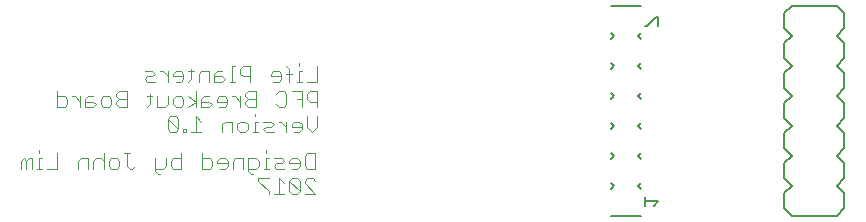
<source format=gbo>
G75*
%MOIN*%
%OFA0B0*%
%FSLAX25Y25*%
%IPPOS*%
%LPD*%
%AMOC8*
5,1,8,0,0,1.08239X$1,22.5*
%
%ADD10C,0.00400*%
%ADD11C,0.00600*%
%ADD12C,0.00500*%
D10*
X0119785Y0033554D02*
X0119785Y0036156D01*
X0120653Y0037023D01*
X0121520Y0036156D01*
X0121520Y0033554D01*
X0123255Y0033554D02*
X0123255Y0037023D01*
X0122387Y0037023D01*
X0121520Y0036156D01*
X0124958Y0033554D02*
X0126692Y0033554D01*
X0125825Y0033554D02*
X0125825Y0037023D01*
X0126692Y0037023D01*
X0125825Y0038758D02*
X0125825Y0039625D01*
X0131849Y0038758D02*
X0131849Y0033554D01*
X0128379Y0033554D01*
X0138692Y0033554D02*
X0138692Y0036156D01*
X0139559Y0037023D01*
X0142162Y0037023D01*
X0142162Y0033554D01*
X0143848Y0033554D02*
X0143848Y0036156D01*
X0144716Y0037023D01*
X0146451Y0037023D01*
X0147318Y0036156D01*
X0149005Y0036156D02*
X0149872Y0037023D01*
X0151607Y0037023D01*
X0152474Y0036156D01*
X0152474Y0034421D01*
X0151607Y0033554D01*
X0149872Y0033554D01*
X0149005Y0034421D01*
X0149005Y0036156D01*
X0147318Y0038758D02*
X0147318Y0033554D01*
X0155029Y0034421D02*
X0155029Y0038758D01*
X0155896Y0038758D02*
X0154161Y0038758D01*
X0155029Y0034421D02*
X0155896Y0033554D01*
X0156763Y0033554D01*
X0157631Y0034421D01*
X0164474Y0033554D02*
X0167076Y0033554D01*
X0167944Y0034421D01*
X0167944Y0037023D01*
X0169630Y0036156D02*
X0170498Y0037023D01*
X0173100Y0037023D01*
X0173100Y0038758D02*
X0173100Y0033554D01*
X0170498Y0033554D01*
X0169630Y0034421D01*
X0169630Y0036156D01*
X0164474Y0037023D02*
X0164474Y0032686D01*
X0165341Y0031819D01*
X0166209Y0031819D01*
X0179943Y0033554D02*
X0182545Y0033554D01*
X0183413Y0034421D01*
X0183413Y0036156D01*
X0182545Y0037023D01*
X0179943Y0037023D01*
X0179943Y0038758D02*
X0179943Y0033554D01*
X0185100Y0035288D02*
X0188569Y0035288D01*
X0188569Y0034421D02*
X0188569Y0036156D01*
X0187702Y0037023D01*
X0185967Y0037023D01*
X0185100Y0036156D01*
X0185100Y0035288D01*
X0185967Y0033554D02*
X0187702Y0033554D01*
X0188569Y0034421D01*
X0190256Y0033554D02*
X0190256Y0036156D01*
X0191123Y0037023D01*
X0193726Y0037023D01*
X0193726Y0033554D01*
X0195412Y0033554D02*
X0198015Y0033554D01*
X0198882Y0034421D01*
X0198882Y0036156D01*
X0198015Y0037023D01*
X0195412Y0037023D01*
X0195412Y0032686D01*
X0196280Y0031819D01*
X0197147Y0031819D01*
X0198850Y0030358D02*
X0198850Y0029491D01*
X0202320Y0026021D01*
X0202320Y0025154D01*
X0204006Y0025154D02*
X0207476Y0025154D01*
X0205741Y0025154D02*
X0205741Y0030358D01*
X0207476Y0028623D01*
X0209163Y0029491D02*
X0212632Y0026021D01*
X0211765Y0025154D01*
X0210030Y0025154D01*
X0209163Y0026021D01*
X0209163Y0029491D01*
X0210030Y0030358D01*
X0211765Y0030358D01*
X0212632Y0029491D01*
X0212632Y0026021D01*
X0214319Y0025154D02*
X0217789Y0025154D01*
X0214319Y0028623D01*
X0214319Y0029491D01*
X0215187Y0030358D01*
X0216921Y0030358D01*
X0217789Y0029491D01*
X0217789Y0033554D02*
X0215187Y0033554D01*
X0214319Y0034421D01*
X0214319Y0037891D01*
X0215187Y0038758D01*
X0217789Y0038758D01*
X0217789Y0033554D01*
X0212632Y0034421D02*
X0212632Y0036156D01*
X0211765Y0037023D01*
X0210030Y0037023D01*
X0209163Y0036156D01*
X0209163Y0035288D01*
X0212632Y0035288D01*
X0212632Y0034421D02*
X0211765Y0033554D01*
X0210030Y0033554D01*
X0207476Y0033554D02*
X0204874Y0033554D01*
X0204006Y0034421D01*
X0204874Y0035288D01*
X0206609Y0035288D01*
X0207476Y0036156D01*
X0206609Y0037023D01*
X0204006Y0037023D01*
X0202320Y0037023D02*
X0201452Y0037023D01*
X0201452Y0033554D01*
X0200585Y0033554D02*
X0202320Y0033554D01*
X0202320Y0030358D02*
X0198850Y0030358D01*
X0201452Y0038758D02*
X0201452Y0039625D01*
X0201297Y0045732D02*
X0200429Y0046600D01*
X0201297Y0047467D01*
X0203032Y0047467D01*
X0203899Y0048334D01*
X0203032Y0049202D01*
X0200429Y0049202D01*
X0198743Y0049202D02*
X0197875Y0049202D01*
X0197875Y0045732D01*
X0197008Y0045732D02*
X0198743Y0045732D01*
X0201297Y0045732D02*
X0203899Y0045732D01*
X0205594Y0049202D02*
X0206461Y0049202D01*
X0208196Y0047467D01*
X0209883Y0047467D02*
X0213352Y0047467D01*
X0213352Y0048334D02*
X0212485Y0049202D01*
X0210750Y0049202D01*
X0209883Y0048334D01*
X0209883Y0047467D01*
X0210750Y0045732D02*
X0212485Y0045732D01*
X0213352Y0046600D01*
X0213352Y0048334D01*
X0215039Y0047467D02*
X0215039Y0050937D01*
X0218509Y0050937D02*
X0218509Y0047467D01*
X0216774Y0045732D01*
X0215039Y0047467D01*
X0213352Y0054132D02*
X0213352Y0059337D01*
X0209883Y0059337D01*
X0208196Y0058469D02*
X0208196Y0055000D01*
X0207329Y0054132D01*
X0205594Y0054132D01*
X0204726Y0055000D01*
X0204726Y0058469D02*
X0205594Y0059337D01*
X0207329Y0059337D01*
X0208196Y0058469D01*
X0211618Y0056734D02*
X0213352Y0056734D01*
X0215039Y0056734D02*
X0215907Y0055867D01*
X0218509Y0055867D01*
X0218509Y0054132D02*
X0218509Y0059337D01*
X0215907Y0059337D01*
X0215039Y0058469D01*
X0215039Y0056734D01*
X0215039Y0062532D02*
X0218509Y0062532D01*
X0218509Y0067737D01*
X0213352Y0066002D02*
X0212485Y0066002D01*
X0212485Y0062532D01*
X0213352Y0062532D02*
X0211618Y0062532D01*
X0209047Y0062532D02*
X0209047Y0066869D01*
X0208180Y0067737D01*
X0208180Y0065134D02*
X0209915Y0065134D01*
X0206477Y0065134D02*
X0205610Y0066002D01*
X0203875Y0066002D01*
X0203008Y0065134D01*
X0203008Y0064267D01*
X0206477Y0064267D01*
X0206477Y0063400D02*
X0206477Y0065134D01*
X0206477Y0063400D02*
X0205610Y0062532D01*
X0203875Y0062532D01*
X0197883Y0059337D02*
X0195281Y0059337D01*
X0194414Y0058469D01*
X0194414Y0057602D01*
X0195281Y0056734D01*
X0197883Y0056734D01*
X0197883Y0054132D02*
X0195281Y0054132D01*
X0194414Y0055000D01*
X0194414Y0055867D01*
X0195281Y0056734D01*
X0192727Y0055867D02*
X0190992Y0057602D01*
X0190125Y0057602D01*
X0188430Y0056734D02*
X0188430Y0055000D01*
X0187562Y0054132D01*
X0185828Y0054132D01*
X0184960Y0055867D02*
X0188430Y0055867D01*
X0188430Y0056734D02*
X0187562Y0057602D01*
X0185828Y0057602D01*
X0184960Y0056734D01*
X0184960Y0055867D01*
X0183273Y0055000D02*
X0182406Y0055867D01*
X0179804Y0055867D01*
X0179804Y0056734D02*
X0179804Y0054132D01*
X0182406Y0054132D01*
X0183273Y0055000D01*
X0182406Y0057602D02*
X0180671Y0057602D01*
X0179804Y0056734D01*
X0178117Y0055867D02*
X0175515Y0054132D01*
X0173820Y0055000D02*
X0173820Y0056734D01*
X0172953Y0057602D01*
X0171218Y0057602D01*
X0170350Y0056734D01*
X0170350Y0055000D01*
X0171218Y0054132D01*
X0172953Y0054132D01*
X0173820Y0055000D01*
X0175515Y0057602D02*
X0178117Y0055867D01*
X0178117Y0054132D02*
X0178117Y0059337D01*
X0178944Y0062532D02*
X0178944Y0065134D01*
X0179812Y0066002D01*
X0182414Y0066002D01*
X0182414Y0062532D01*
X0184101Y0062532D02*
X0186703Y0062532D01*
X0187570Y0063400D01*
X0186703Y0064267D01*
X0184101Y0064267D01*
X0184101Y0065134D02*
X0184101Y0062532D01*
X0184101Y0065134D02*
X0184968Y0066002D01*
X0186703Y0066002D01*
X0190141Y0067737D02*
X0190141Y0062532D01*
X0191008Y0062532D02*
X0189273Y0062532D01*
X0192695Y0065134D02*
X0193562Y0064267D01*
X0196164Y0064267D01*
X0196164Y0062532D02*
X0196164Y0067737D01*
X0193562Y0067737D01*
X0192695Y0066869D01*
X0192695Y0065134D01*
X0191008Y0067737D02*
X0190141Y0067737D01*
X0197883Y0059337D02*
X0197883Y0054132D01*
X0197875Y0051804D02*
X0197875Y0050937D01*
X0195305Y0048334D02*
X0195305Y0046600D01*
X0194438Y0045732D01*
X0192703Y0045732D01*
X0191835Y0046600D01*
X0191835Y0048334D01*
X0192703Y0049202D01*
X0194438Y0049202D01*
X0195305Y0048334D01*
X0190149Y0049202D02*
X0187546Y0049202D01*
X0186679Y0048334D01*
X0186679Y0045732D01*
X0190149Y0045732D02*
X0190149Y0049202D01*
X0192727Y0054132D02*
X0192727Y0057602D01*
X0179836Y0049202D02*
X0178101Y0050937D01*
X0178101Y0045732D01*
X0179836Y0045732D02*
X0176366Y0045732D01*
X0174679Y0045732D02*
X0173812Y0045732D01*
X0173812Y0046600D01*
X0174679Y0046600D01*
X0174679Y0045732D01*
X0172101Y0046600D02*
X0168632Y0050069D01*
X0168632Y0046600D01*
X0169499Y0045732D01*
X0171234Y0045732D01*
X0172101Y0046600D01*
X0172101Y0050069D01*
X0171234Y0050937D01*
X0169499Y0050937D01*
X0168632Y0050069D01*
X0167796Y0054132D02*
X0165194Y0054132D01*
X0165194Y0057602D01*
X0163507Y0057602D02*
X0161772Y0057602D01*
X0162640Y0058469D02*
X0162640Y0055000D01*
X0161772Y0054132D01*
X0167796Y0054132D02*
X0168664Y0055000D01*
X0168664Y0057602D01*
X0168664Y0062532D02*
X0168664Y0066002D01*
X0168664Y0064267D02*
X0166929Y0066002D01*
X0166061Y0066002D01*
X0164367Y0065134D02*
X0163499Y0066002D01*
X0160897Y0066002D01*
X0161764Y0064267D02*
X0163499Y0064267D01*
X0164367Y0065134D01*
X0164367Y0062532D02*
X0161764Y0062532D01*
X0160897Y0063400D01*
X0161764Y0064267D01*
X0154913Y0059337D02*
X0152311Y0059337D01*
X0151444Y0058469D01*
X0151444Y0057602D01*
X0152311Y0056734D01*
X0154913Y0056734D01*
X0154913Y0054132D02*
X0152311Y0054132D01*
X0151444Y0055000D01*
X0151444Y0055867D01*
X0152311Y0056734D01*
X0149757Y0056734D02*
X0149757Y0055000D01*
X0148889Y0054132D01*
X0147155Y0054132D01*
X0146287Y0055000D01*
X0146287Y0056734D01*
X0147155Y0057602D01*
X0148889Y0057602D01*
X0149757Y0056734D01*
X0144600Y0055000D02*
X0143733Y0055867D01*
X0141131Y0055867D01*
X0141131Y0056734D02*
X0141131Y0054132D01*
X0143733Y0054132D01*
X0144600Y0055000D01*
X0143733Y0057602D02*
X0141998Y0057602D01*
X0141131Y0056734D01*
X0139444Y0055867D02*
X0137709Y0057602D01*
X0136842Y0057602D01*
X0135147Y0056734D02*
X0134280Y0057602D01*
X0131677Y0057602D01*
X0131677Y0059337D02*
X0131677Y0054132D01*
X0134280Y0054132D01*
X0135147Y0055000D01*
X0135147Y0056734D01*
X0139444Y0057602D02*
X0139444Y0054132D01*
X0154913Y0054132D02*
X0154913Y0059337D01*
X0170350Y0064267D02*
X0173820Y0064267D01*
X0173820Y0065134D02*
X0172953Y0066002D01*
X0171218Y0066002D01*
X0170350Y0065134D01*
X0170350Y0064267D01*
X0171218Y0062532D02*
X0172953Y0062532D01*
X0173820Y0063400D01*
X0173820Y0065134D01*
X0175523Y0066002D02*
X0177258Y0066002D01*
X0176390Y0066869D02*
X0176390Y0063400D01*
X0175523Y0062532D01*
X0208196Y0049202D02*
X0208196Y0045732D01*
X0212485Y0067737D02*
X0212485Y0068604D01*
D11*
X0316414Y0068906D02*
X0317414Y0067906D01*
X0316414Y0066906D01*
X0325414Y0067906D02*
X0326414Y0066906D01*
X0325414Y0067906D02*
X0326414Y0068906D01*
X0326414Y0076906D02*
X0325414Y0077906D01*
X0326414Y0078906D01*
X0317414Y0077906D02*
X0316414Y0078906D01*
X0317414Y0077906D02*
X0316414Y0076906D01*
X0316414Y0087906D02*
X0326414Y0087906D01*
X0326414Y0058906D02*
X0325414Y0057906D01*
X0326414Y0056906D01*
X0326414Y0048906D02*
X0325414Y0047906D01*
X0326414Y0046906D01*
X0326414Y0038906D02*
X0325414Y0037906D01*
X0326414Y0036906D01*
X0326414Y0028906D02*
X0325414Y0027906D01*
X0326414Y0026906D01*
X0326414Y0017906D02*
X0316414Y0017906D01*
X0316414Y0026906D02*
X0317414Y0027906D01*
X0316414Y0028906D01*
X0316414Y0036906D02*
X0317414Y0037906D01*
X0316414Y0038906D01*
X0316414Y0046906D02*
X0317414Y0047906D01*
X0316414Y0048906D01*
X0316414Y0056906D02*
X0317414Y0057906D01*
X0316414Y0058906D01*
X0374131Y0060328D02*
X0376631Y0057828D01*
X0374131Y0055328D01*
X0374131Y0050328D01*
X0376631Y0047828D01*
X0374131Y0045328D01*
X0374131Y0040328D01*
X0376631Y0037828D01*
X0374131Y0035328D01*
X0374131Y0030328D01*
X0376631Y0027828D01*
X0374131Y0025328D01*
X0374131Y0020328D01*
X0376631Y0017828D01*
X0391631Y0017828D01*
X0394131Y0020328D01*
X0394131Y0025328D01*
X0391631Y0027828D01*
X0394131Y0030328D01*
X0394131Y0035328D01*
X0391631Y0037828D01*
X0394131Y0040328D01*
X0394131Y0045328D01*
X0391631Y0047828D01*
X0394131Y0050328D01*
X0394131Y0055328D01*
X0391631Y0057828D01*
X0394131Y0060328D01*
X0394131Y0065328D01*
X0391631Y0067828D01*
X0394131Y0070328D01*
X0394131Y0075328D01*
X0391631Y0077828D01*
X0394131Y0080328D01*
X0394131Y0085328D01*
X0391631Y0087828D01*
X0376631Y0087828D01*
X0374131Y0085328D01*
X0374131Y0080328D01*
X0376631Y0077828D01*
X0374131Y0075328D01*
X0374131Y0070328D01*
X0376631Y0067828D01*
X0374131Y0065328D01*
X0374131Y0060328D01*
D12*
X0332168Y0081156D02*
X0332168Y0084159D01*
X0331417Y0084159D01*
X0328415Y0081156D01*
X0327664Y0081156D01*
X0327664Y0024159D02*
X0327664Y0021156D01*
X0327664Y0022658D02*
X0332168Y0022658D01*
X0330667Y0021156D01*
M02*

</source>
